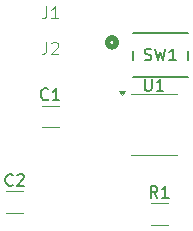
<source format=gbr>
%TF.GenerationSoftware,KiCad,Pcbnew,8.0.6*%
%TF.CreationDate,2024-10-27T16:48:45-04:00*%
%TF.ProjectId,monostable,6d6f6e6f-7374-4616-926c-652e6b696361,rev?*%
%TF.SameCoordinates,Original*%
%TF.FileFunction,Legend,Top*%
%TF.FilePolarity,Positive*%
%FSLAX46Y46*%
G04 Gerber Fmt 4.6, Leading zero omitted, Abs format (unit mm)*
G04 Created by KiCad (PCBNEW 8.0.6) date 2024-10-27 16:48:45*
%MOMM*%
%LPD*%
G01*
G04 APERTURE LIST*
%ADD10C,0.150000*%
%ADD11C,0.100000*%
%ADD12C,0.120000*%
%ADD13C,0.508000*%
%ADD14C,0.152400*%
G04 APERTURE END LIST*
D10*
X139263095Y-42054819D02*
X139263095Y-42864342D01*
X139263095Y-42864342D02*
X139310714Y-42959580D01*
X139310714Y-42959580D02*
X139358333Y-43007200D01*
X139358333Y-43007200D02*
X139453571Y-43054819D01*
X139453571Y-43054819D02*
X139644047Y-43054819D01*
X139644047Y-43054819D02*
X139739285Y-43007200D01*
X139739285Y-43007200D02*
X139786904Y-42959580D01*
X139786904Y-42959580D02*
X139834523Y-42864342D01*
X139834523Y-42864342D02*
X139834523Y-42054819D01*
X140834523Y-43054819D02*
X140263095Y-43054819D01*
X140548809Y-43054819D02*
X140548809Y-42054819D01*
X140548809Y-42054819D02*
X140453571Y-42197676D01*
X140453571Y-42197676D02*
X140358333Y-42292914D01*
X140358333Y-42292914D02*
X140263095Y-42340533D01*
X139247467Y-40448700D02*
X139390324Y-40496319D01*
X139390324Y-40496319D02*
X139628419Y-40496319D01*
X139628419Y-40496319D02*
X139723657Y-40448700D01*
X139723657Y-40448700D02*
X139771276Y-40401080D01*
X139771276Y-40401080D02*
X139818895Y-40305842D01*
X139818895Y-40305842D02*
X139818895Y-40210604D01*
X139818895Y-40210604D02*
X139771276Y-40115366D01*
X139771276Y-40115366D02*
X139723657Y-40067747D01*
X139723657Y-40067747D02*
X139628419Y-40020128D01*
X139628419Y-40020128D02*
X139437943Y-39972509D01*
X139437943Y-39972509D02*
X139342705Y-39924890D01*
X139342705Y-39924890D02*
X139295086Y-39877271D01*
X139295086Y-39877271D02*
X139247467Y-39782033D01*
X139247467Y-39782033D02*
X139247467Y-39686795D01*
X139247467Y-39686795D02*
X139295086Y-39591557D01*
X139295086Y-39591557D02*
X139342705Y-39543938D01*
X139342705Y-39543938D02*
X139437943Y-39496319D01*
X139437943Y-39496319D02*
X139676038Y-39496319D01*
X139676038Y-39496319D02*
X139818895Y-39543938D01*
X140152229Y-39496319D02*
X140390324Y-40496319D01*
X140390324Y-40496319D02*
X140580800Y-39782033D01*
X140580800Y-39782033D02*
X140771276Y-40496319D01*
X140771276Y-40496319D02*
X141009372Y-39496319D01*
X141914133Y-40496319D02*
X141342705Y-40496319D01*
X141628419Y-40496319D02*
X141628419Y-39496319D01*
X141628419Y-39496319D02*
X141533181Y-39639176D01*
X141533181Y-39639176D02*
X141437943Y-39734414D01*
X141437943Y-39734414D02*
X141342705Y-39782033D01*
X140333333Y-52134819D02*
X140000000Y-51658628D01*
X139761905Y-52134819D02*
X139761905Y-51134819D01*
X139761905Y-51134819D02*
X140142857Y-51134819D01*
X140142857Y-51134819D02*
X140238095Y-51182438D01*
X140238095Y-51182438D02*
X140285714Y-51230057D01*
X140285714Y-51230057D02*
X140333333Y-51325295D01*
X140333333Y-51325295D02*
X140333333Y-51468152D01*
X140333333Y-51468152D02*
X140285714Y-51563390D01*
X140285714Y-51563390D02*
X140238095Y-51611009D01*
X140238095Y-51611009D02*
X140142857Y-51658628D01*
X140142857Y-51658628D02*
X139761905Y-51658628D01*
X141285714Y-52134819D02*
X140714286Y-52134819D01*
X141000000Y-52134819D02*
X141000000Y-51134819D01*
X141000000Y-51134819D02*
X140904762Y-51277676D01*
X140904762Y-51277676D02*
X140809524Y-51372914D01*
X140809524Y-51372914D02*
X140714286Y-51420533D01*
D11*
X130916666Y-38951419D02*
X130916666Y-39665704D01*
X130916666Y-39665704D02*
X130869047Y-39808561D01*
X130869047Y-39808561D02*
X130773809Y-39903800D01*
X130773809Y-39903800D02*
X130630952Y-39951419D01*
X130630952Y-39951419D02*
X130535714Y-39951419D01*
X131345238Y-39046657D02*
X131392857Y-38999038D01*
X131392857Y-38999038D02*
X131488095Y-38951419D01*
X131488095Y-38951419D02*
X131726190Y-38951419D01*
X131726190Y-38951419D02*
X131821428Y-38999038D01*
X131821428Y-38999038D02*
X131869047Y-39046657D01*
X131869047Y-39046657D02*
X131916666Y-39141895D01*
X131916666Y-39141895D02*
X131916666Y-39237133D01*
X131916666Y-39237133D02*
X131869047Y-39379990D01*
X131869047Y-39379990D02*
X131297619Y-39951419D01*
X131297619Y-39951419D02*
X131916666Y-39951419D01*
X130916666Y-35917418D02*
X130916666Y-36631703D01*
X130916666Y-36631703D02*
X130869047Y-36774560D01*
X130869047Y-36774560D02*
X130773809Y-36869799D01*
X130773809Y-36869799D02*
X130630952Y-36917418D01*
X130630952Y-36917418D02*
X130535714Y-36917418D01*
X131916666Y-36917418D02*
X131345238Y-36917418D01*
X131630952Y-36917418D02*
X131630952Y-35917418D01*
X131630952Y-35917418D02*
X131535714Y-36060275D01*
X131535714Y-36060275D02*
X131440476Y-36155513D01*
X131440476Y-36155513D02*
X131345238Y-36203132D01*
D10*
X128083333Y-51009580D02*
X128035714Y-51057200D01*
X128035714Y-51057200D02*
X127892857Y-51104819D01*
X127892857Y-51104819D02*
X127797619Y-51104819D01*
X127797619Y-51104819D02*
X127654762Y-51057200D01*
X127654762Y-51057200D02*
X127559524Y-50961961D01*
X127559524Y-50961961D02*
X127511905Y-50866723D01*
X127511905Y-50866723D02*
X127464286Y-50676247D01*
X127464286Y-50676247D02*
X127464286Y-50533390D01*
X127464286Y-50533390D02*
X127511905Y-50342914D01*
X127511905Y-50342914D02*
X127559524Y-50247676D01*
X127559524Y-50247676D02*
X127654762Y-50152438D01*
X127654762Y-50152438D02*
X127797619Y-50104819D01*
X127797619Y-50104819D02*
X127892857Y-50104819D01*
X127892857Y-50104819D02*
X128035714Y-50152438D01*
X128035714Y-50152438D02*
X128083333Y-50200057D01*
X128464286Y-50200057D02*
X128511905Y-50152438D01*
X128511905Y-50152438D02*
X128607143Y-50104819D01*
X128607143Y-50104819D02*
X128845238Y-50104819D01*
X128845238Y-50104819D02*
X128940476Y-50152438D01*
X128940476Y-50152438D02*
X128988095Y-50200057D01*
X128988095Y-50200057D02*
X129035714Y-50295295D01*
X129035714Y-50295295D02*
X129035714Y-50390533D01*
X129035714Y-50390533D02*
X128988095Y-50533390D01*
X128988095Y-50533390D02*
X128416667Y-51104819D01*
X128416667Y-51104819D02*
X129035714Y-51104819D01*
X131083333Y-43759580D02*
X131035714Y-43807200D01*
X131035714Y-43807200D02*
X130892857Y-43854819D01*
X130892857Y-43854819D02*
X130797619Y-43854819D01*
X130797619Y-43854819D02*
X130654762Y-43807200D01*
X130654762Y-43807200D02*
X130559524Y-43711961D01*
X130559524Y-43711961D02*
X130511905Y-43616723D01*
X130511905Y-43616723D02*
X130464286Y-43426247D01*
X130464286Y-43426247D02*
X130464286Y-43283390D01*
X130464286Y-43283390D02*
X130511905Y-43092914D01*
X130511905Y-43092914D02*
X130559524Y-42997676D01*
X130559524Y-42997676D02*
X130654762Y-42902438D01*
X130654762Y-42902438D02*
X130797619Y-42854819D01*
X130797619Y-42854819D02*
X130892857Y-42854819D01*
X130892857Y-42854819D02*
X131035714Y-42902438D01*
X131035714Y-42902438D02*
X131083333Y-42950057D01*
X132035714Y-43854819D02*
X131464286Y-43854819D01*
X131750000Y-43854819D02*
X131750000Y-42854819D01*
X131750000Y-42854819D02*
X131654762Y-42997676D01*
X131654762Y-42997676D02*
X131559524Y-43092914D01*
X131559524Y-43092914D02*
X131464286Y-43140533D01*
D12*
%TO.C,U1*%
X140025000Y-43345000D02*
X138075000Y-43345000D01*
X140025000Y-43345000D02*
X141975000Y-43345000D01*
X140025000Y-48465000D02*
X138075000Y-48465000D01*
X140025000Y-48465000D02*
X141975000Y-48465000D01*
X137325000Y-43440000D02*
X137085000Y-43110000D01*
X137565000Y-43110000D01*
X137325000Y-43440000D01*
G36*
X137325000Y-43440000D02*
G01*
X137085000Y-43110000D01*
X137565000Y-43110000D01*
X137325000Y-43440000D01*
G37*
D13*
%TO.C,SW1*%
X136859700Y-38966500D02*
G75*
G02*
X136097700Y-38966500I-381000J0D01*
G01*
X136097700Y-38966500D02*
G75*
G02*
X136859700Y-38966500I381000J0D01*
G01*
D14*
X138256700Y-41870300D02*
X142904900Y-41870300D01*
X142904900Y-40428159D02*
X142904900Y-39654841D01*
X142904900Y-38212700D02*
X138256700Y-38212700D01*
X138256700Y-39654841D02*
X138256700Y-40428159D01*
D12*
%TO.C,R1*%
X139772936Y-52590000D02*
X141227064Y-52590000D01*
X139772936Y-54410000D02*
X141227064Y-54410000D01*
%TO.C,C2*%
X127538748Y-51590000D02*
X128961252Y-51590000D01*
X127538748Y-53410000D02*
X128961252Y-53410000D01*
%TO.C,C1*%
X130538748Y-44340000D02*
X131961252Y-44340000D01*
X130538748Y-46160000D02*
X131961252Y-46160000D01*
%TD*%
M02*

</source>
